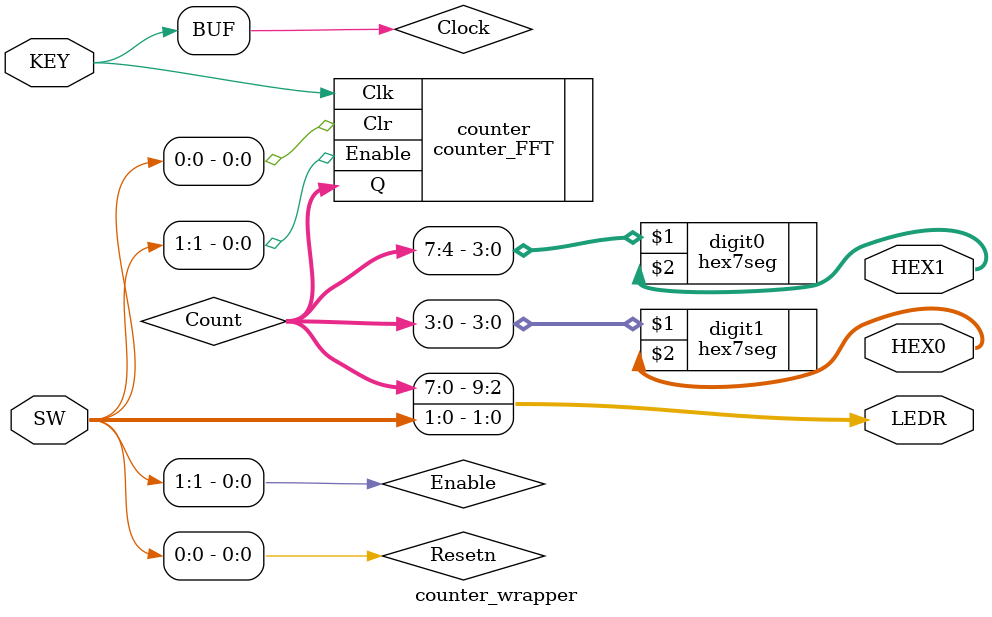
<source format=v>
module counter_wrapper (SW, KEY, HEX1, HEX0, LEDR);
	input [1:0] SW ;
	input [0:0] KEY ;
	output [0:6] HEX1, HEX0;
	//////////// LED //////////
	output		     [9:0]		LEDR;
	
	parameter WIDTH = 8;
	wire Clock = KEY[0];
	wire Resetn = SW[0];
	wire Enable = SW[1];
	// 4-bit counter based on T-flip flops
	wire [WIDTH-1:0] Count;

	// Counter Instantiation
	counter_FFT # (.WIDTH(WIDTH)) counter (.Enable(Enable), .Clk(Clock), .Clr(Resetn), .Q(Count));
	// counter_simple # (.WIDTH(WIDTH)) counter (.Enable(Enable), .Clk(Clock), .Clr(Resetn), .Q(Count)); // Option 2
	
	// drive the displays
	hex7seg digit1 (Count[3:0], HEX0);
	hex7seg digit0 (Count[7:4], HEX1);
	// drive the LEDs
	assign LEDR ={Count,SW};
endmodule


</source>
